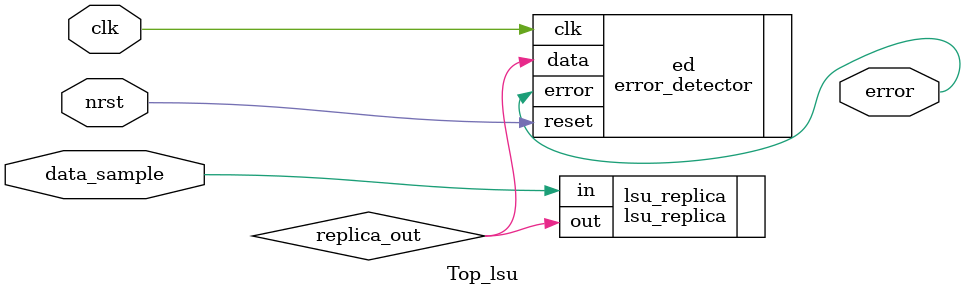
<source format=v>
module Top_lsu (
    input clk,
    input nrst,
    input data_sample,
    output error
);

    wire replica_out;
    lsu_replica lsu_replica(
        .in(data_sample),
        .out(replica_out)
    );
    error_detector ed(
        .data(replica_out),
        .clk(clk),
        .reset(nrst),
        .error(error)
    ); 
endmodule
</source>
